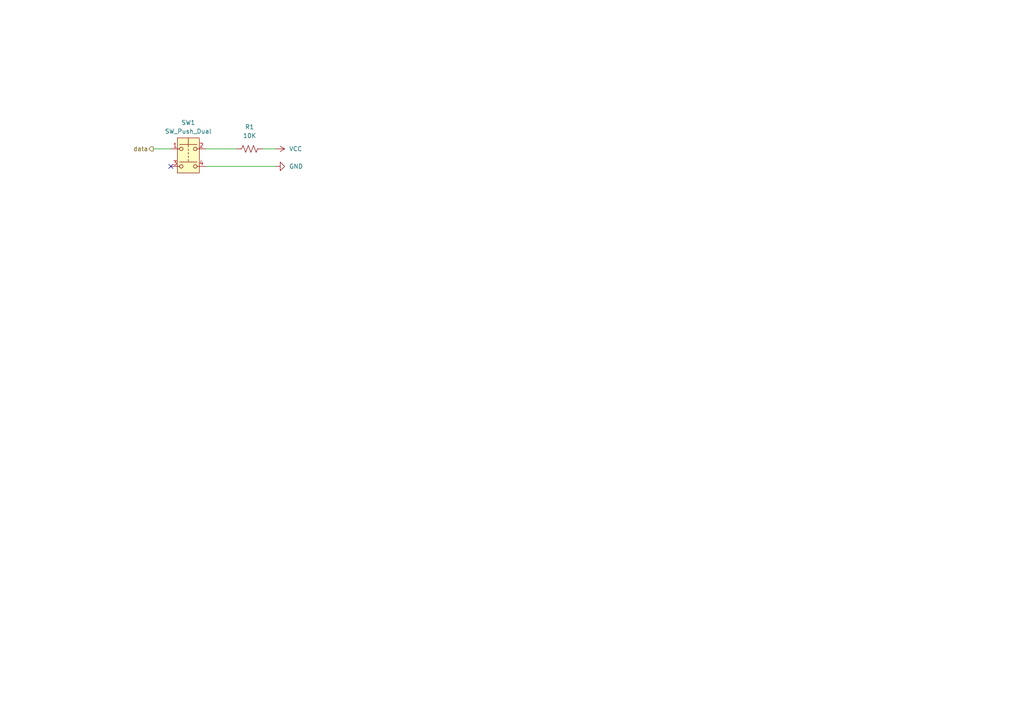
<source format=kicad_sch>
(kicad_sch (version 20231120) (generator "eeschema") (generator_version "8.0")
  (paper "A4")
  (lib_symbols
    (symbol "Device:R_US" (pin_numbers hide) (pin_names (offset 0))
      (property "Reference" "R" (at 2.54 0 90))
      (property "Value" "R_US" (at -2.54 0 90))
      (symbol "R_US_0_1"
        (polyline (pts (xy 0 -2.286) (xy 0 -2.54)))
        (polyline (pts (xy 0 2.286) (xy 0 2.54)))
        (polyline (pts (xy 0 -0.762) (xy 1.016 -1.143) (xy 0 -1.524) (xy -1.016 -1.905) (xy 0 -2.286)))
        (polyline (pts (xy 0 0.762) (xy 1.016 0.381) (xy 0 0) (xy -1.016 -0.381) (xy 0 -0.762)))
        (polyline (pts (xy 0 2.286) (xy 1.016 1.905) (xy 0 1.524) (xy -1.016 1.143) (xy 0 0.762)))
      )
      (symbol "R_US_1_1"
        (pin passive line (at 0 3.81 270) (length 1.27) (name "~") (number "1"))
        (pin passive line (at 0 -3.81 90) (length 1.27) (name "~") (number "2"))
      )
    )
    (symbol "Switch:SW_Push_Dual" (pin_names (offset 1.016) hide)
      (property "Reference" "SW" (at 0 7.62 0))
      (property "Value" "SW_Push_Dual" (at 0 -6.35 0))
      (symbol "SW_Push_Dual_0_1"
        (circle (center -2.032 -2.54) (radius 0.508))
        (circle (center -2.032 2.54) (radius 0.508))
        (polyline (pts (xy 0 -0.508) (xy 0 -1.016)))
        (polyline (pts (xy 0 0.508) (xy 0 0)))
        (polyline (pts (xy 0 1.016) (xy 0 1.524)))
        (polyline (pts (xy 0 2.032) (xy 0 2.54)))
        (polyline (pts (xy 0 3.048) (xy 0 3.556)))
        (polyline (pts (xy 0 3.81) (xy 0 5.588)))
        (polyline (pts (xy 2.54 -1.27) (xy -2.54 -1.27)))
        (polyline (pts (xy 2.54 3.81) (xy -2.54 3.81)))
        (circle (center 2.032 -2.54) (radius 0.508))
        (circle (center 2.032 2.54) (radius 0.508))
        (pin passive line (at -5.08 2.54 0) (length 2.54) (name "1") (number "1"))
        (pin passive line (at 5.08 2.54 180) (length 2.54) (name "2") (number "2"))
        (pin passive line (at -5.08 -2.54 0) (length 2.54) (name "3") (number "3"))
        (pin passive line (at 5.08 -2.54 180) (length 2.54) (name "4") (number "4"))
      )
      (symbol "SW_Push_Dual_1_1"
        (rectangle (start -3.175 5.715) (end 3.175 -4.445) (fill (type background)))
      )
    )
    (symbol "power:GND" (power) (pin_numbers hide) (pin_names (offset 0) hide)
      (property "Value" "GND" (at 0 -3.81 0))
      (symbol "GND_0_1"
        (polyline (pts (xy 0 0) (xy 0 -1.27) (xy 1.27 -1.27) (xy 0 -2.54) (xy -1.27 -1.27) (xy 0 -1.27)))
      )
      (symbol "GND_1_1"
        (pin power_in line (at 0 0 270) (length 0) (name "~") (number "1"))
      )
    )
    (symbol "power:VCC" (power) (pin_numbers hide) (pin_names (offset 0) hide)
      (property "Value" "VCC" (at 0 3.556 0))
      (symbol "VCC_0_1"
        (polyline (pts (xy -0.762 1.27) (xy 0 2.54)))
        (polyline (pts (xy 0 0) (xy 0 2.54)))
        (polyline (pts (xy 0 2.54) (xy 0.762 1.27)))
      )
      (symbol "VCC_1_1"
        (pin power_in line (at 0 0 90) (length 0) (name "~") (number "1"))
      )
    )
  )
  (no_connect (at 49.53 48.26))
  (wire (pts (xy 76.2 43.18) (xy 80.01 43.18)))
  (wire (pts (xy 44.45 43.18) (xy 49.53 43.18)))
  (wire (pts (xy 59.69 43.18) (xy 68.58 43.18)))
  (wire (pts (xy 59.69 48.26) (xy 80.01 48.26)))
  (hierarchical_label "data" (shape output) (at 44.45 43.18 180))
  (symbol (lib_id "power:GND") (at 80.01 48.26 90) (unit 1)
    (property "Reference" "#PWR09" (effects (hide yes)))
    (property "Value" "GND" (at 83.82 48.2599 90) (effects (justify right)))
    (property "Description" "Power symbol creates a global label with name \"GND\" , ground" (effects (hide yes)))
    (instances (project "bombay_beats" (path "" (reference "#PWR09") (unit 1)) (path "" (reference "#PWR011") (unit 1)) (path "" (reference "#PWR013") (unit 1)) (path "" (reference "#PWR015") (unit 1)) (path "" (reference "#PWR017") (unit 1)) (path "" (reference "#PWR019") (unit 1)) (path "" (reference "#PWR021") (unit 1)) (path "" (reference "#PWR023") (unit 1))))
  )
  (symbol (lib_id "Switch:SW_Push_Dual") (at 54.61 45.72 0) (unit 1)
    (property "Reference" "SW1" (at 54.61 35.56 0))
    (property "Value" "SW_Push_Dual" (at 54.61 38.1 0))
    (property "Footprint" "Button_Switch_THT:SW_PUSH_6mm_H4.3mm" (effects (hide yes)))
    (property "Description" "Push button switch, generic, symbol, four pins" (effects (hide yes)))
    (property "LCSC Part # " "C2844397" (effects (hide yes)))
    (instances (project "bombay_beats" (path "" (reference "SW1") (unit 1)) (path "" (reference "SW2") (unit 1)) (path "" (reference "SW3") (unit 1)) (path "" (reference "SW4") (unit 1)) (path "" (reference "SW5") (unit 1)) (path "" (reference "SW6") (unit 1)) (path "" (reference "SW7") (unit 1)) (path "" (reference "SW8") (unit 1))))
  )
  (symbol (lib_id "power:VCC") (at 80.01 43.18 270) (unit 1)
    (property "Reference" "#PWR08" (effects (hide yes)))
    (property "Value" "VCC" (at 83.82 43.1799 90) (effects (justify left)))
    (property "Description" "Power symbol creates a global label with name \"VCC\"" (effects (hide yes)))
    (instances (project "bombay_beats" (path "" (reference "#PWR08") (unit 1)) (path "" (reference "#PWR010") (unit 1)) (path "" (reference "#PWR012") (unit 1)) (path "" (reference "#PWR014") (unit 1)) (path "" (reference "#PWR016") (unit 1)) (path "" (reference "#PWR018") (unit 1)) (path "" (reference "#PWR020") (unit 1)) (path "" (reference "#PWR022") (unit 1))))
  )
  (symbol (lib_id "Device:R_US") (at 72.39 43.18 90) (unit 1)
    (property "Reference" "R1" (at 72.39 36.83 90))
    (property "Value" "10K" (at 72.39 39.37 90))
    (property "Footprint" "Resistor_THT:R_Axial_DIN0207_L6.3mm_D2.5mm_P10.16mm_Horizontal" (effects (hide yes)))
    (property "Description" "Resistor, US symbol" (effects (hide yes)))
    (property "LCSC Part # " "C328335" (effects (hide yes)))
    (instances (project "bombay_beats" (path "" (reference "R1") (unit 1)) (path "" (reference "R2") (unit 1)) (path "" (reference "R3") (unit 1)) (path "" (reference "R4") (unit 1)) (path "" (reference "R5") (unit 1)) (path "" (reference "R6") (unit 1)) (path "" (reference "R7") (unit 1)) (path "" (reference "R8") (unit 1))))
  )
)
</source>
